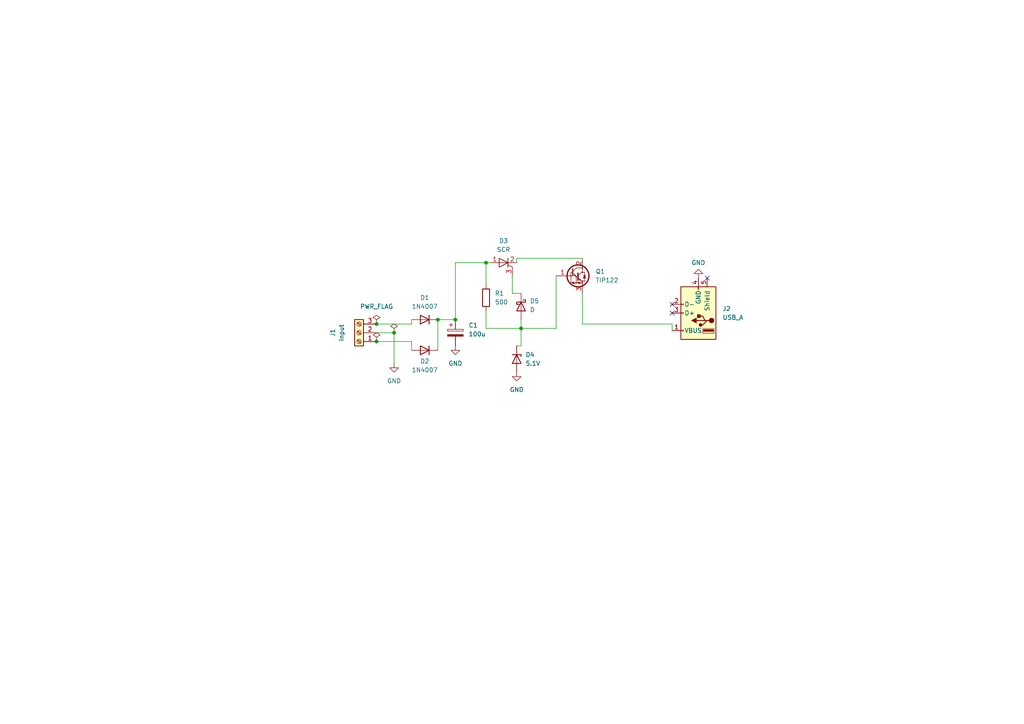
<source format=kicad_sch>
(kicad_sch (version 20230121) (generator eeschema)

  (uuid bc2ba231-2d74-4874-8bbf-d2f1254a2b83)

  (paper "A4")

  (title_block
    (title "Mobile charger circuit")
    (date "2025-07-18")
    (rev "v1")
    (company "Aaditya R")
    (comment 1 "A mobile charging circuit using SCR")
    (comment 2 "Amplified by TIP122")
  )

  (lib_symbols
    (symbol "Connector:Screw_Terminal_01x03" (pin_names (offset 1.016) hide) (in_bom yes) (on_board yes)
      (property "Reference" "J" (at 0 5.08 0)
        (effects (font (size 1.27 1.27)))
      )
      (property "Value" "Screw_Terminal_01x03" (at 0 -5.08 0)
        (effects (font (size 1.27 1.27)))
      )
      (property "Footprint" "" (at 0 0 0)
        (effects (font (size 1.27 1.27)) hide)
      )
      (property "Datasheet" "~" (at 0 0 0)
        (effects (font (size 1.27 1.27)) hide)
      )
      (property "ki_keywords" "screw terminal" (at 0 0 0)
        (effects (font (size 1.27 1.27)) hide)
      )
      (property "ki_description" "Generic screw terminal, single row, 01x03, script generated (kicad-library-utils/schlib/autogen/connector/)" (at 0 0 0)
        (effects (font (size 1.27 1.27)) hide)
      )
      (property "ki_fp_filters" "TerminalBlock*:*" (at 0 0 0)
        (effects (font (size 1.27 1.27)) hide)
      )
      (symbol "Screw_Terminal_01x03_1_1"
        (rectangle (start -1.27 3.81) (end 1.27 -3.81)
          (stroke (width 0.254) (type default))
          (fill (type background))
        )
        (circle (center 0 -2.54) (radius 0.635)
          (stroke (width 0.1524) (type default))
          (fill (type none))
        )
        (polyline
          (pts
            (xy -0.5334 -2.2098)
            (xy 0.3302 -3.048)
          )
          (stroke (width 0.1524) (type default))
          (fill (type none))
        )
        (polyline
          (pts
            (xy -0.5334 0.3302)
            (xy 0.3302 -0.508)
          )
          (stroke (width 0.1524) (type default))
          (fill (type none))
        )
        (polyline
          (pts
            (xy -0.5334 2.8702)
            (xy 0.3302 2.032)
          )
          (stroke (width 0.1524) (type default))
          (fill (type none))
        )
        (polyline
          (pts
            (xy -0.3556 -2.032)
            (xy 0.508 -2.8702)
          )
          (stroke (width 0.1524) (type default))
          (fill (type none))
        )
        (polyline
          (pts
            (xy -0.3556 0.508)
            (xy 0.508 -0.3302)
          )
          (stroke (width 0.1524) (type default))
          (fill (type none))
        )
        (polyline
          (pts
            (xy -0.3556 3.048)
            (xy 0.508 2.2098)
          )
          (stroke (width 0.1524) (type default))
          (fill (type none))
        )
        (circle (center 0 0) (radius 0.635)
          (stroke (width 0.1524) (type default))
          (fill (type none))
        )
        (circle (center 0 2.54) (radius 0.635)
          (stroke (width 0.1524) (type default))
          (fill (type none))
        )
        (pin passive line (at -5.08 2.54 0) (length 3.81)
          (name "Pin_1" (effects (font (size 1.27 1.27))))
          (number "1" (effects (font (size 1.27 1.27))))
        )
        (pin passive line (at -5.08 0 0) (length 3.81)
          (name "Pin_2" (effects (font (size 1.27 1.27))))
          (number "2" (effects (font (size 1.27 1.27))))
        )
        (pin passive line (at -5.08 -2.54 0) (length 3.81)
          (name "Pin_3" (effects (font (size 1.27 1.27))))
          (number "3" (effects (font (size 1.27 1.27))))
        )
      )
    )
    (symbol "Connector:USB_A" (pin_names (offset 1.016)) (in_bom yes) (on_board yes)
      (property "Reference" "J" (at -5.08 11.43 0)
        (effects (font (size 1.27 1.27)) (justify left))
      )
      (property "Value" "USB_A" (at -5.08 8.89 0)
        (effects (font (size 1.27 1.27)) (justify left))
      )
      (property "Footprint" "" (at 3.81 -1.27 0)
        (effects (font (size 1.27 1.27)) hide)
      )
      (property "Datasheet" " ~" (at 3.81 -1.27 0)
        (effects (font (size 1.27 1.27)) hide)
      )
      (property "ki_keywords" "connector USB" (at 0 0 0)
        (effects (font (size 1.27 1.27)) hide)
      )
      (property "ki_description" "USB Type A connector" (at 0 0 0)
        (effects (font (size 1.27 1.27)) hide)
      )
      (property "ki_fp_filters" "USB*" (at 0 0 0)
        (effects (font (size 1.27 1.27)) hide)
      )
      (symbol "USB_A_0_1"
        (rectangle (start -5.08 -7.62) (end 5.08 7.62)
          (stroke (width 0.254) (type default))
          (fill (type background))
        )
        (circle (center -3.81 2.159) (radius 0.635)
          (stroke (width 0.254) (type default))
          (fill (type outline))
        )
        (rectangle (start -1.524 4.826) (end -4.318 5.334)
          (stroke (width 0) (type default))
          (fill (type outline))
        )
        (rectangle (start -1.27 4.572) (end -4.572 5.842)
          (stroke (width 0) (type default))
          (fill (type none))
        )
        (circle (center -0.635 3.429) (radius 0.381)
          (stroke (width 0.254) (type default))
          (fill (type outline))
        )
        (rectangle (start -0.127 -7.62) (end 0.127 -6.858)
          (stroke (width 0) (type default))
          (fill (type none))
        )
        (polyline
          (pts
            (xy -3.175 2.159)
            (xy -2.54 2.159)
            (xy -1.27 3.429)
            (xy -0.635 3.429)
          )
          (stroke (width 0.254) (type default))
          (fill (type none))
        )
        (polyline
          (pts
            (xy -2.54 2.159)
            (xy -1.905 2.159)
            (xy -1.27 0.889)
            (xy 0 0.889)
          )
          (stroke (width 0.254) (type default))
          (fill (type none))
        )
        (polyline
          (pts
            (xy 0.635 2.794)
            (xy 0.635 1.524)
            (xy 1.905 2.159)
            (xy 0.635 2.794)
          )
          (stroke (width 0.254) (type default))
          (fill (type outline))
        )
        (rectangle (start 0.254 1.27) (end -0.508 0.508)
          (stroke (width 0.254) (type default))
          (fill (type outline))
        )
        (rectangle (start 5.08 -2.667) (end 4.318 -2.413)
          (stroke (width 0) (type default))
          (fill (type none))
        )
        (rectangle (start 5.08 -0.127) (end 4.318 0.127)
          (stroke (width 0) (type default))
          (fill (type none))
        )
        (rectangle (start 5.08 4.953) (end 4.318 5.207)
          (stroke (width 0) (type default))
          (fill (type none))
        )
      )
      (symbol "USB_A_1_1"
        (polyline
          (pts
            (xy -1.905 2.159)
            (xy 0.635 2.159)
          )
          (stroke (width 0.254) (type default))
          (fill (type none))
        )
        (pin power_in line (at 7.62 5.08 180) (length 2.54)
          (name "VBUS" (effects (font (size 1.27 1.27))))
          (number "1" (effects (font (size 1.27 1.27))))
        )
        (pin bidirectional line (at 7.62 -2.54 180) (length 2.54)
          (name "D-" (effects (font (size 1.27 1.27))))
          (number "2" (effects (font (size 1.27 1.27))))
        )
        (pin bidirectional line (at 7.62 0 180) (length 2.54)
          (name "D+" (effects (font (size 1.27 1.27))))
          (number "3" (effects (font (size 1.27 1.27))))
        )
        (pin power_in line (at 0 -10.16 90) (length 2.54)
          (name "GND" (effects (font (size 1.27 1.27))))
          (number "4" (effects (font (size 1.27 1.27))))
        )
        (pin passive line (at -2.54 -10.16 90) (length 2.54)
          (name "Shield" (effects (font (size 1.27 1.27))))
          (number "5" (effects (font (size 1.27 1.27))))
        )
      )
    )
    (symbol "Device:C_Polarized" (pin_numbers hide) (pin_names (offset 0.254)) (in_bom yes) (on_board yes)
      (property "Reference" "C" (at 0.635 2.54 0)
        (effects (font (size 1.27 1.27)) (justify left))
      )
      (property "Value" "C_Polarized" (at 0.635 -2.54 0)
        (effects (font (size 1.27 1.27)) (justify left))
      )
      (property "Footprint" "" (at 0.9652 -3.81 0)
        (effects (font (size 1.27 1.27)) hide)
      )
      (property "Datasheet" "~" (at 0 0 0)
        (effects (font (size 1.27 1.27)) hide)
      )
      (property "ki_keywords" "cap capacitor" (at 0 0 0)
        (effects (font (size 1.27 1.27)) hide)
      )
      (property "ki_description" "Polarized capacitor" (at 0 0 0)
        (effects (font (size 1.27 1.27)) hide)
      )
      (property "ki_fp_filters" "CP_*" (at 0 0 0)
        (effects (font (size 1.27 1.27)) hide)
      )
      (symbol "C_Polarized_0_1"
        (rectangle (start -2.286 0.508) (end 2.286 1.016)
          (stroke (width 0) (type default))
          (fill (type none))
        )
        (polyline
          (pts
            (xy -1.778 2.286)
            (xy -0.762 2.286)
          )
          (stroke (width 0) (type default))
          (fill (type none))
        )
        (polyline
          (pts
            (xy -1.27 2.794)
            (xy -1.27 1.778)
          )
          (stroke (width 0) (type default))
          (fill (type none))
        )
        (rectangle (start 2.286 -0.508) (end -2.286 -1.016)
          (stroke (width 0) (type default))
          (fill (type outline))
        )
      )
      (symbol "C_Polarized_1_1"
        (pin passive line (at 0 3.81 270) (length 2.794)
          (name "~" (effects (font (size 1.27 1.27))))
          (number "1" (effects (font (size 1.27 1.27))))
        )
        (pin passive line (at 0 -3.81 90) (length 2.794)
          (name "~" (effects (font (size 1.27 1.27))))
          (number "2" (effects (font (size 1.27 1.27))))
        )
      )
    )
    (symbol "Device:D_Schottky" (pin_numbers hide) (pin_names (offset 1.016) hide) (in_bom yes) (on_board yes)
      (property "Reference" "D" (at 0 2.54 0)
        (effects (font (size 1.27 1.27)))
      )
      (property "Value" "D_Schottky" (at 0 -2.54 0)
        (effects (font (size 1.27 1.27)))
      )
      (property "Footprint" "" (at 0 0 0)
        (effects (font (size 1.27 1.27)) hide)
      )
      (property "Datasheet" "~" (at 0 0 0)
        (effects (font (size 1.27 1.27)) hide)
      )
      (property "ki_keywords" "diode Schottky" (at 0 0 0)
        (effects (font (size 1.27 1.27)) hide)
      )
      (property "ki_description" "Schottky diode" (at 0 0 0)
        (effects (font (size 1.27 1.27)) hide)
      )
      (property "ki_fp_filters" "TO-???* *_Diode_* *SingleDiode* D_*" (at 0 0 0)
        (effects (font (size 1.27 1.27)) hide)
      )
      (symbol "D_Schottky_0_1"
        (polyline
          (pts
            (xy 1.27 0)
            (xy -1.27 0)
          )
          (stroke (width 0) (type default))
          (fill (type none))
        )
        (polyline
          (pts
            (xy 1.27 1.27)
            (xy 1.27 -1.27)
            (xy -1.27 0)
            (xy 1.27 1.27)
          )
          (stroke (width 0.254) (type default))
          (fill (type none))
        )
        (polyline
          (pts
            (xy -1.905 0.635)
            (xy -1.905 1.27)
            (xy -1.27 1.27)
            (xy -1.27 -1.27)
            (xy -0.635 -1.27)
            (xy -0.635 -0.635)
          )
          (stroke (width 0.254) (type default))
          (fill (type none))
        )
      )
      (symbol "D_Schottky_1_1"
        (pin passive line (at -3.81 0 0) (length 2.54)
          (name "K" (effects (font (size 1.27 1.27))))
          (number "1" (effects (font (size 1.27 1.27))))
        )
        (pin passive line (at 3.81 0 180) (length 2.54)
          (name "A" (effects (font (size 1.27 1.27))))
          (number "2" (effects (font (size 1.27 1.27))))
        )
      )
    )
    (symbol "Device:D_Zener" (pin_numbers hide) (pin_names (offset 1.016) hide) (in_bom yes) (on_board yes)
      (property "Reference" "D" (at 0 2.54 0)
        (effects (font (size 1.27 1.27)))
      )
      (property "Value" "D_Zener" (at 0 -2.54 0)
        (effects (font (size 1.27 1.27)))
      )
      (property "Footprint" "" (at 0 0 0)
        (effects (font (size 1.27 1.27)) hide)
      )
      (property "Datasheet" "~" (at 0 0 0)
        (effects (font (size 1.27 1.27)) hide)
      )
      (property "ki_keywords" "diode" (at 0 0 0)
        (effects (font (size 1.27 1.27)) hide)
      )
      (property "ki_description" "Zener diode" (at 0 0 0)
        (effects (font (size 1.27 1.27)) hide)
      )
      (property "ki_fp_filters" "TO-???* *_Diode_* *SingleDiode* D_*" (at 0 0 0)
        (effects (font (size 1.27 1.27)) hide)
      )
      (symbol "D_Zener_0_1"
        (polyline
          (pts
            (xy 1.27 0)
            (xy -1.27 0)
          )
          (stroke (width 0) (type default))
          (fill (type none))
        )
        (polyline
          (pts
            (xy -1.27 -1.27)
            (xy -1.27 1.27)
            (xy -0.762 1.27)
          )
          (stroke (width 0.254) (type default))
          (fill (type none))
        )
        (polyline
          (pts
            (xy 1.27 -1.27)
            (xy 1.27 1.27)
            (xy -1.27 0)
            (xy 1.27 -1.27)
          )
          (stroke (width 0.254) (type default))
          (fill (type none))
        )
      )
      (symbol "D_Zener_1_1"
        (pin passive line (at -3.81 0 0) (length 2.54)
          (name "K" (effects (font (size 1.27 1.27))))
          (number "1" (effects (font (size 1.27 1.27))))
        )
        (pin passive line (at 3.81 0 180) (length 2.54)
          (name "A" (effects (font (size 1.27 1.27))))
          (number "2" (effects (font (size 1.27 1.27))))
        )
      )
    )
    (symbol "Device:Q_SCR_AKG" (pin_names (offset 0) hide) (in_bom yes) (on_board yes)
      (property "Reference" "D" (at 1.905 0.635 0)
        (effects (font (size 1.27 1.27)) (justify left))
      )
      (property "Value" "Q_SCR_AKG" (at 1.905 -1.27 0)
        (effects (font (size 1.27 1.27)) (justify left))
      )
      (property "Footprint" "" (at 0 0 90)
        (effects (font (size 1.27 1.27)) hide)
      )
      (property "Datasheet" "~" (at 0 0 90)
        (effects (font (size 1.27 1.27)) hide)
      )
      (property "ki_keywords" "SCR thyristor" (at 0 0 0)
        (effects (font (size 1.27 1.27)) hide)
      )
      (property "ki_description" "Silicon controlled rectifier, anode/cathode/gate" (at 0 0 0)
        (effects (font (size 1.27 1.27)) hide)
      )
      (symbol "Q_SCR_AKG_0_1"
        (polyline
          (pts
            (xy -1.27 -2.54)
            (xy -0.635 -1.27)
          )
          (stroke (width 0) (type default))
          (fill (type none))
        )
        (polyline
          (pts
            (xy -1.27 -1.27)
            (xy 1.27 -1.27)
          )
          (stroke (width 0.2032) (type default))
          (fill (type none))
        )
        (polyline
          (pts
            (xy 0 -2.54)
            (xy 0 2.54)
          )
          (stroke (width 0) (type default))
          (fill (type none))
        )
        (polyline
          (pts
            (xy -1.27 1.27)
            (xy 1.27 1.27)
            (xy 0 -1.27)
            (xy -1.27 1.27)
          )
          (stroke (width 0.2032) (type default))
          (fill (type none))
        )
      )
      (symbol "Q_SCR_AKG_1_1"
        (pin passive line (at 0 3.81 270) (length 2.54)
          (name "A" (effects (font (size 1.27 1.27))))
          (number "1" (effects (font (size 1.27 1.27))))
        )
        (pin passive line (at 0 -3.81 90) (length 2.54)
          (name "K" (effects (font (size 1.27 1.27))))
          (number "2" (effects (font (size 1.27 1.27))))
        )
        (pin input line (at -3.81 -2.54 0) (length 2.54)
          (name "G" (effects (font (size 1.27 1.27))))
          (number "3" (effects (font (size 1.27 1.27))))
        )
      )
    )
    (symbol "Device:R" (pin_numbers hide) (pin_names (offset 0)) (in_bom yes) (on_board yes)
      (property "Reference" "R" (at 2.032 0 90)
        (effects (font (size 1.27 1.27)))
      )
      (property "Value" "R" (at 0 0 90)
        (effects (font (size 1.27 1.27)))
      )
      (property "Footprint" "" (at -1.778 0 90)
        (effects (font (size 1.27 1.27)) hide)
      )
      (property "Datasheet" "~" (at 0 0 0)
        (effects (font (size 1.27 1.27)) hide)
      )
      (property "ki_keywords" "R res resistor" (at 0 0 0)
        (effects (font (size 1.27 1.27)) hide)
      )
      (property "ki_description" "Resistor" (at 0 0 0)
        (effects (font (size 1.27 1.27)) hide)
      )
      (property "ki_fp_filters" "R_*" (at 0 0 0)
        (effects (font (size 1.27 1.27)) hide)
      )
      (symbol "R_0_1"
        (rectangle (start -1.016 -2.54) (end 1.016 2.54)
          (stroke (width 0.254) (type default))
          (fill (type none))
        )
      )
      (symbol "R_1_1"
        (pin passive line (at 0 3.81 270) (length 1.27)
          (name "~" (effects (font (size 1.27 1.27))))
          (number "1" (effects (font (size 1.27 1.27))))
        )
        (pin passive line (at 0 -3.81 90) (length 1.27)
          (name "~" (effects (font (size 1.27 1.27))))
          (number "2" (effects (font (size 1.27 1.27))))
        )
      )
    )
    (symbol "Diode:1N4007" (pin_numbers hide) (pin_names hide) (in_bom yes) (on_board yes)
      (property "Reference" "D" (at 0 2.54 0)
        (effects (font (size 1.27 1.27)))
      )
      (property "Value" "1N4007" (at 0 -2.54 0)
        (effects (font (size 1.27 1.27)))
      )
      (property "Footprint" "Diode_THT:D_DO-41_SOD81_P10.16mm_Horizontal" (at 0 -4.445 0)
        (effects (font (size 1.27 1.27)) hide)
      )
      (property "Datasheet" "http://www.vishay.com/docs/88503/1n4001.pdf" (at 0 0 0)
        (effects (font (size 1.27 1.27)) hide)
      )
      (property "Sim.Device" "D" (at 0 0 0)
        (effects (font (size 1.27 1.27)) hide)
      )
      (property "Sim.Pins" "1=K 2=A" (at 0 0 0)
        (effects (font (size 1.27 1.27)) hide)
      )
      (property "ki_keywords" "diode" (at 0 0 0)
        (effects (font (size 1.27 1.27)) hide)
      )
      (property "ki_description" "1000V 1A General Purpose Rectifier Diode, DO-41" (at 0 0 0)
        (effects (font (size 1.27 1.27)) hide)
      )
      (property "ki_fp_filters" "D*DO?41*" (at 0 0 0)
        (effects (font (size 1.27 1.27)) hide)
      )
      (symbol "1N4007_0_1"
        (polyline
          (pts
            (xy -1.27 1.27)
            (xy -1.27 -1.27)
          )
          (stroke (width 0.254) (type default))
          (fill (type none))
        )
        (polyline
          (pts
            (xy 1.27 0)
            (xy -1.27 0)
          )
          (stroke (width 0) (type default))
          (fill (type none))
        )
        (polyline
          (pts
            (xy 1.27 1.27)
            (xy 1.27 -1.27)
            (xy -1.27 0)
            (xy 1.27 1.27)
          )
          (stroke (width 0.254) (type default))
          (fill (type none))
        )
      )
      (symbol "1N4007_1_1"
        (pin passive line (at -3.81 0 0) (length 2.54)
          (name "K" (effects (font (size 1.27 1.27))))
          (number "1" (effects (font (size 1.27 1.27))))
        )
        (pin passive line (at 3.81 0 180) (length 2.54)
          (name "A" (effects (font (size 1.27 1.27))))
          (number "2" (effects (font (size 1.27 1.27))))
        )
      )
    )
    (symbol "Transistor_BJT:TIP122" (pin_names (offset 0) hide) (in_bom yes) (on_board yes)
      (property "Reference" "Q" (at 5.08 1.905 0)
        (effects (font (size 1.27 1.27)) (justify left))
      )
      (property "Value" "TIP122" (at 5.08 0 0)
        (effects (font (size 1.27 1.27)) (justify left))
      )
      (property "Footprint" "Package_TO_SOT_THT:TO-220-3_Vertical" (at 5.08 -1.905 0)
        (effects (font (size 1.27 1.27) italic) (justify left) hide)
      )
      (property "Datasheet" "https://www.onsemi.com/pub/Collateral/TIP120-D.PDF" (at 0 0 0)
        (effects (font (size 1.27 1.27)) (justify left) hide)
      )
      (property "ki_keywords" "Darlington Power NPN Transistor" (at 0 0 0)
        (effects (font (size 1.27 1.27)) hide)
      )
      (property "ki_description" "5A Ic, 100V Vce, Silicon Darlington Power NPN Transistor, TO-220" (at 0 0 0)
        (effects (font (size 1.27 1.27)) hide)
      )
      (property "ki_fp_filters" "TO?220*" (at 0 0 0)
        (effects (font (size 1.27 1.27)) hide)
      )
      (symbol "TIP122_0_1"
        (circle (center -0.762 0) (radius 0.127)
          (stroke (width 0) (type default))
          (fill (type none))
        )
        (polyline
          (pts
            (xy -1.27 0)
            (xy -0.889 0)
          )
          (stroke (width 0) (type default))
          (fill (type none))
        )
        (polyline
          (pts
            (xy 2.54 -2.032)
            (xy 2.54 -2.54)
          )
          (stroke (width 0) (type default))
          (fill (type none))
        )
        (polyline
          (pts
            (xy 2.54 -1.524)
            (xy 3.175 -1.524)
          )
          (stroke (width 0) (type default))
          (fill (type none))
        )
        (polyline
          (pts
            (xy 2.794 0.127)
            (xy 3.556 0.127)
          )
          (stroke (width 0) (type default))
          (fill (type none))
        )
        (polyline
          (pts
            (xy 3.175 -0.635)
            (xy 3.175 -1.524)
          )
          (stroke (width 0) (type default))
          (fill (type none))
        )
        (polyline
          (pts
            (xy 3.175 1.016)
            (xy 2.54 1.016)
          )
          (stroke (width 0) (type default))
          (fill (type none))
        )
        (polyline
          (pts
            (xy 3.175 1.016)
            (xy 3.175 0.127)
          )
          (stroke (width 0) (type default))
          (fill (type none))
        )
        (polyline
          (pts
            (xy -0.254 0.762)
            (xy 0.762 -0.254)
            (xy 1.27 -0.254)
          )
          (stroke (width 0) (type default))
          (fill (type none))
        )
        (polyline
          (pts
            (xy -0.254 1.016)
            (xy -0.762 1.016)
            (xy -0.762 -2.032)
          )
          (stroke (width 0) (type default))
          (fill (type none))
        )
        (polyline
          (pts
            (xy -0.254 1.27)
            (xy 0.762 2.286)
            (xy 2.54 2.286)
          )
          (stroke (width 0) (type default))
          (fill (type none))
        )
        (polyline
          (pts
            (xy -0.254 2.032)
            (xy -0.254 0)
            (xy -0.254 0)
          )
          (stroke (width 0.3048) (type default))
          (fill (type none))
        )
        (polyline
          (pts
            (xy 1.27 0.762)
            (xy 1.27 -1.27)
            (xy 1.27 -1.27)
          )
          (stroke (width 0.381) (type default))
          (fill (type none))
        )
        (polyline
          (pts
            (xy 0.635 -0.127)
            (xy 0.381 0.381)
            (xy 0.127 0.127)
            (xy 0.635 -0.127)
          )
          (stroke (width 0) (type default))
          (fill (type none))
        )
        (polyline
          (pts
            (xy 1.27 -0.508)
            (xy 2.286 -1.524)
            (xy 2.54 -1.524)
            (xy 2.54 -2.032)
          )
          (stroke (width 0) (type default))
          (fill (type none))
        )
        (polyline
          (pts
            (xy 1.27 0)
            (xy 2.286 1.016)
            (xy 2.54 1.016)
            (xy 2.54 2.286)
          )
          (stroke (width 0) (type default))
          (fill (type none))
        )
        (polyline
          (pts
            (xy 2.159 -1.397)
            (xy 1.905 -0.889)
            (xy 1.651 -1.143)
            (xy 2.159 -1.397)
          )
          (stroke (width 0) (type default))
          (fill (type none))
        )
        (polyline
          (pts
            (xy 3.175 0.127)
            (xy 2.794 -0.635)
            (xy 3.556 -0.635)
            (xy 3.175 0.127)
          )
          (stroke (width 0) (type default))
          (fill (type outline))
        )
        (polyline
          (pts
            (xy 0.762 -2.032)
            (xy 0.381 -2.032)
            (xy 0.254 -2.286)
            (xy 0.127 -1.778)
            (xy 0 -2.286)
            (xy -0.127 -1.778)
            (xy -0.254 -2.286)
            (xy -0.381 -1.778)
            (xy -0.508 -2.032)
            (xy -0.762 -2.032)
          )
          (stroke (width 0) (type default))
          (fill (type none))
        )
        (polyline
          (pts
            (xy 0.762 -0.254)
            (xy 0.762 -2.032)
            (xy 1.143 -2.032)
            (xy 1.27 -1.778)
            (xy 1.397 -2.286)
            (xy 1.524 -1.778)
            (xy 1.651 -2.286)
            (xy 1.778 -1.778)
            (xy 1.905 -2.286)
            (xy 2.032 -2.032)
            (xy 2.54 -2.032)
          )
          (stroke (width 0) (type default))
          (fill (type none))
        )
        (circle (center 0.762 -2.032) (radius 0.127)
          (stroke (width 0) (type default))
          (fill (type none))
        )
        (circle (center 0.762 -0.254) (radius 0.127)
          (stroke (width 0) (type default))
          (fill (type none))
        )
        (circle (center 1.27 0) (radius 3.175)
          (stroke (width 0.3556) (type default))
          (fill (type none))
        )
        (circle (center 2.54 -2.032) (radius 0.127)
          (stroke (width 0) (type default))
          (fill (type none))
        )
        (circle (center 2.54 -1.524) (radius 0.127)
          (stroke (width 0) (type default))
          (fill (type none))
        )
        (circle (center 2.54 1.016) (radius 0.127)
          (stroke (width 0) (type default))
          (fill (type none))
        )
        (circle (center 2.54 2.286) (radius 0.127)
          (stroke (width 0) (type default))
          (fill (type none))
        )
      )
      (symbol "TIP122_1_1"
        (pin input line (at -5.08 0 0) (length 3.81)
          (name "B" (effects (font (size 1.27 1.27))))
          (number "1" (effects (font (size 1.27 1.27))))
        )
        (pin passive line (at 2.54 5.08 270) (length 2.667)
          (name "C" (effects (font (size 1.27 1.27))))
          (number "2" (effects (font (size 1.27 1.27))))
        )
        (pin passive line (at 2.54 -5.08 90) (length 2.54)
          (name "E" (effects (font (size 1.27 1.27))))
          (number "3" (effects (font (size 1.27 1.27))))
        )
      )
    )
    (symbol "power:GND" (power) (pin_names (offset 0)) (in_bom yes) (on_board yes)
      (property "Reference" "#PWR" (at 0 -6.35 0)
        (effects (font (size 1.27 1.27)) hide)
      )
      (property "Value" "GND" (at 0 -3.81 0)
        (effects (font (size 1.27 1.27)))
      )
      (property "Footprint" "" (at 0 0 0)
        (effects (font (size 1.27 1.27)) hide)
      )
      (property "Datasheet" "" (at 0 0 0)
        (effects (font (size 1.27 1.27)) hide)
      )
      (property "ki_keywords" "global power" (at 0 0 0)
        (effects (font (size 1.27 1.27)) hide)
      )
      (property "ki_description" "Power symbol creates a global label with name \"GND\" , ground" (at 0 0 0)
        (effects (font (size 1.27 1.27)) hide)
      )
      (symbol "GND_0_1"
        (polyline
          (pts
            (xy 0 0)
            (xy 0 -1.27)
            (xy 1.27 -1.27)
            (xy 0 -2.54)
            (xy -1.27 -1.27)
            (xy 0 -1.27)
          )
          (stroke (width 0) (type default))
          (fill (type none))
        )
      )
      (symbol "GND_1_1"
        (pin power_in line (at 0 0 270) (length 0) hide
          (name "GND" (effects (font (size 1.27 1.27))))
          (number "1" (effects (font (size 1.27 1.27))))
        )
      )
    )
    (symbol "power:PWR_FLAG" (power) (pin_numbers hide) (pin_names (offset 0) hide) (in_bom yes) (on_board yes)
      (property "Reference" "#FLG" (at 0 1.905 0)
        (effects (font (size 1.27 1.27)) hide)
      )
      (property "Value" "PWR_FLAG" (at 0 3.81 0)
        (effects (font (size 1.27 1.27)))
      )
      (property "Footprint" "" (at 0 0 0)
        (effects (font (size 1.27 1.27)) hide)
      )
      (property "Datasheet" "~" (at 0 0 0)
        (effects (font (size 1.27 1.27)) hide)
      )
      (property "ki_keywords" "flag power" (at 0 0 0)
        (effects (font (size 1.27 1.27)) hide)
      )
      (property "ki_description" "Special symbol for telling ERC where power comes from" (at 0 0 0)
        (effects (font (size 1.27 1.27)) hide)
      )
      (symbol "PWR_FLAG_0_0"
        (pin power_out line (at 0 0 90) (length 0)
          (name "pwr" (effects (font (size 1.27 1.27))))
          (number "1" (effects (font (size 1.27 1.27))))
        )
      )
      (symbol "PWR_FLAG_0_1"
        (polyline
          (pts
            (xy 0 0)
            (xy 0 1.27)
            (xy -1.016 1.905)
            (xy 0 2.54)
            (xy 1.016 1.905)
            (xy 0 1.27)
          )
          (stroke (width 0) (type default))
          (fill (type none))
        )
      )
    )
  )

  (junction (at 140.97 76.2) (diameter 0) (color 0 0 0 0)
    (uuid 0f6ec58a-63dc-477c-be63-8c147ffff7d9)
  )
  (junction (at 132.08 92.71) (diameter 0) (color 0 0 0 0)
    (uuid 57fa0803-f170-4875-8ab8-da5aac618d7b)
  )
  (junction (at 114.3 96.52) (diameter 0) (color 0 0 0 0)
    (uuid 5c72020b-b884-41d6-89e1-e068034545e6)
  )
  (junction (at 109.22 99.06) (diameter 0) (color 0 0 0 0)
    (uuid 8b220de2-029c-48c3-86e3-908ec0cf7582)
  )
  (junction (at 127 92.71) (diameter 0) (color 0 0 0 0)
    (uuid 9d11eb54-f93c-4fc4-bd70-41d177045450)
  )
  (junction (at 151.13 95.25) (diameter 0) (color 0 0 0 0)
    (uuid e7880954-443c-4d9f-8485-b9d754960bb9)
  )
  (junction (at 109.22 93.98) (diameter 0) (color 0 0 0 0)
    (uuid f094935a-4a6a-4ea2-8529-625cd9f363d7)
  )

  (no_connect (at 194.945 88.265) (uuid 670f80e0-f24a-4c3a-aa9a-02283e5ca4af))
  (no_connect (at 194.945 90.805) (uuid 7637077b-2e78-4f00-a3f5-71b0752d3394))
  (no_connect (at 205.105 80.645) (uuid db27fff3-27f6-403c-8b49-d0588e92275e))

  (wire (pts (xy 148.59 85.09) (xy 151.13 85.09))
    (stroke (width 0) (type default))
    (uuid 089eb3c0-1b8b-4fd7-8b76-35a48fb09043)
  )
  (wire (pts (xy 149.86 76.2) (xy 149.86 74.93))
    (stroke (width 0) (type default))
    (uuid 18ad586e-ca94-4af3-8b7d-dbe2e3e02b19)
  )
  (wire (pts (xy 168.91 93.98) (xy 194.945 93.98))
    (stroke (width 0) (type default))
    (uuid 1fce27b3-e34f-4de3-9f54-a93d52551b1d)
  )
  (wire (pts (xy 168.91 85.09) (xy 168.91 93.98))
    (stroke (width 0) (type default))
    (uuid 28bcbe78-44a9-4233-ac0a-f362207526f2)
  )
  (wire (pts (xy 149.86 74.93) (xy 168.91 74.93))
    (stroke (width 0) (type default))
    (uuid 292ea16b-51a4-4f30-b6fb-51ba702099f7)
  )
  (wire (pts (xy 132.08 76.2) (xy 140.97 76.2))
    (stroke (width 0) (type default))
    (uuid 307364eb-518c-47c9-8e2b-99db500c6fb9)
  )
  (wire (pts (xy 140.97 95.25) (xy 151.13 95.25))
    (stroke (width 0) (type default))
    (uuid 39f092a6-dbc9-4f3f-9e30-8285ed544a78)
  )
  (wire (pts (xy 114.3 96.52) (xy 114.3 105.41))
    (stroke (width 0) (type default))
    (uuid 3c2c2bc7-3467-4273-9255-a6224003be32)
  )
  (wire (pts (xy 132.08 92.71) (xy 132.08 76.2))
    (stroke (width 0) (type default))
    (uuid 3c95b5bf-24d0-42e0-a018-3e957f777ab3)
  )
  (wire (pts (xy 109.22 93.98) (xy 119.38 93.98))
    (stroke (width 0) (type default))
    (uuid 43838ae5-1d67-4f26-91d7-0c86a02adf31)
  )
  (wire (pts (xy 119.38 99.06) (xy 119.38 101.6))
    (stroke (width 0) (type default))
    (uuid 50b3c44e-6485-406c-9b20-4f0ef10684a8)
  )
  (wire (pts (xy 161.29 95.25) (xy 161.29 80.01))
    (stroke (width 0) (type default))
    (uuid 510c2e62-ff7e-4f1f-98dc-74cf4e9ff0c2)
  )
  (wire (pts (xy 194.945 93.98) (xy 194.945 95.885))
    (stroke (width 0) (type default))
    (uuid 56ab90c7-0fbf-4106-b4db-348ea1de05a3)
  )
  (wire (pts (xy 151.13 95.25) (xy 151.13 100.33))
    (stroke (width 0) (type default))
    (uuid 5eaea2b8-33a9-446a-acdf-ada0e9ef6550)
  )
  (wire (pts (xy 119.38 93.98) (xy 119.38 92.71))
    (stroke (width 0) (type default))
    (uuid 80264f7b-031a-42de-b9d1-e35692f22108)
  )
  (wire (pts (xy 109.22 99.06) (xy 119.38 99.06))
    (stroke (width 0) (type default))
    (uuid 98c7add6-e157-4b5f-816f-80a10e2352d4)
  )
  (wire (pts (xy 149.86 100.33) (xy 151.13 100.33))
    (stroke (width 0) (type default))
    (uuid 98cec739-1c7f-4986-b8ab-676369125d78)
  )
  (wire (pts (xy 127 92.71) (xy 127 101.6))
    (stroke (width 0) (type default))
    (uuid 9aaf69c5-e7be-4897-89e1-4d46b65064dd)
  )
  (wire (pts (xy 140.97 76.2) (xy 140.97 82.55))
    (stroke (width 0) (type default))
    (uuid b7a0b0ba-08d6-471f-8b28-58563f28858f)
  )
  (wire (pts (xy 151.13 92.71) (xy 151.13 95.25))
    (stroke (width 0) (type default))
    (uuid c112e535-538d-41f2-ac90-38707c9a70c3)
  )
  (wire (pts (xy 151.13 95.25) (xy 161.29 95.25))
    (stroke (width 0) (type default))
    (uuid cedd4885-08c8-4b5d-ae6a-0c5b77a6a721)
  )
  (wire (pts (xy 109.22 96.52) (xy 114.3 96.52))
    (stroke (width 0) (type default))
    (uuid d44a8338-c371-415c-ae21-702e4b4940c5)
  )
  (wire (pts (xy 140.97 76.2) (xy 142.24 76.2))
    (stroke (width 0) (type default))
    (uuid d69f43a6-7aea-43af-85e0-07059f9b8df0)
  )
  (wire (pts (xy 140.97 90.17) (xy 140.97 95.25))
    (stroke (width 0) (type default))
    (uuid e06ecf95-270a-46ce-8ae8-7df4813f6c4f)
  )
  (wire (pts (xy 148.59 80.01) (xy 148.59 85.09))
    (stroke (width 0) (type default))
    (uuid e1808458-6dfc-4fa3-9cfa-b31f3b520de0)
  )
  (wire (pts (xy 127 92.71) (xy 132.08 92.71))
    (stroke (width 0) (type default))
    (uuid fe40ad30-b651-495c-ad4b-0c7f628a90e7)
  )

  (symbol (lib_id "power:PWR_FLAG") (at 109.22 99.06 0) (unit 1)
    (in_bom yes) (on_board yes) (dnp no)
    (uuid 0209330e-6e47-4a37-8d8a-89b9f0e900d4)
    (property "Reference" "#FLG02" (at 109.22 97.155 0)
      (effects (font (size 1.27 1.27)) hide)
    )
    (property "Value" "PWR_FLAG" (at 109.22 101.6 0)
      (effects (font (size 1.27 1.27)) hide)
    )
    (property "Footprint" "" (at 109.22 99.06 0)
      (effects (font (size 1.27 1.27)) hide)
    )
    (property "Datasheet" "~" (at 109.22 99.06 0)
      (effects (font (size 1.27 1.27)) hide)
    )
    (pin "1" (uuid 45019ee5-b461-43bc-9cc1-f9d512644d43))
    (instances
      (project "pbc design"
        (path "/bc2ba231-2d74-4874-8bbf-d2f1254a2b83"
          (reference "#FLG02") (unit 1)
        )
      )
    )
  )

  (symbol (lib_id "Diode:1N4007") (at 123.19 92.71 180) (unit 1)
    (in_bom yes) (on_board yes) (dnp no) (fields_autoplaced)
    (uuid 03762f62-d316-45f9-a818-12883927335c)
    (property "Reference" "D1" (at 123.19 86.36 0)
      (effects (font (size 1.27 1.27)))
    )
    (property "Value" "1N4007" (at 123.19 88.9 0)
      (effects (font (size 1.27 1.27)))
    )
    (property "Footprint" "Diode_THT:D_DO-41_SOD81_P10.16mm_Horizontal" (at 123.19 88.265 0)
      (effects (font (size 1.27 1.27)) hide)
    )
    (property "Datasheet" "http://www.vishay.com/docs/88503/1n4001.pdf" (at 123.19 92.71 0)
      (effects (font (size 1.27 1.27)) hide)
    )
    (property "Sim.Device" "D" (at 123.19 92.71 0)
      (effects (font (size 1.27 1.27)) hide)
    )
    (property "Sim.Pins" "1=K 2=A" (at 123.19 92.71 0)
      (effects (font (size 1.27 1.27)) hide)
    )
    (pin "2" (uuid 051ec31a-f699-443a-819f-af6b6524c3e1))
    (pin "1" (uuid 15e3f6f4-ec68-46dd-8e4b-09f8f6e42b52))
    (instances
      (project "pbc design"
        (path "/bc2ba231-2d74-4874-8bbf-d2f1254a2b83"
          (reference "D1") (unit 1)
        )
      )
    )
  )

  (symbol (lib_id "power:GND") (at 202.565 80.645 180) (unit 1)
    (in_bom yes) (on_board yes) (dnp no) (fields_autoplaced)
    (uuid 0675fce2-9240-41ab-8105-4ded36b0dfa6)
    (property "Reference" "#PWR04" (at 202.565 74.295 0)
      (effects (font (size 1.27 1.27)) hide)
    )
    (property "Value" "GND" (at 202.565 76.2 0)
      (effects (font (size 1.27 1.27)))
    )
    (property "Footprint" "" (at 202.565 80.645 0)
      (effects (font (size 1.27 1.27)) hide)
    )
    (property "Datasheet" "" (at 202.565 80.645 0)
      (effects (font (size 1.27 1.27)) hide)
    )
    (pin "1" (uuid 07744dbe-2ee5-496c-a7e1-a088f08092c0))
    (instances
      (project "pbc design"
        (path "/bc2ba231-2d74-4874-8bbf-d2f1254a2b83"
          (reference "#PWR04") (unit 1)
        )
      )
    )
  )

  (symbol (lib_id "power:GND") (at 149.86 107.95 0) (unit 1)
    (in_bom yes) (on_board yes) (dnp no) (fields_autoplaced)
    (uuid 1b8b349d-ed62-46d2-851e-b619360fcbcf)
    (property "Reference" "#PWR03" (at 149.86 114.3 0)
      (effects (font (size 1.27 1.27)) hide)
    )
    (property "Value" "GND" (at 149.86 113.03 0)
      (effects (font (size 1.27 1.27)))
    )
    (property "Footprint" "" (at 149.86 107.95 0)
      (effects (font (size 1.27 1.27)) hide)
    )
    (property "Datasheet" "" (at 149.86 107.95 0)
      (effects (font (size 1.27 1.27)) hide)
    )
    (pin "1" (uuid 124f3ae5-a0ae-4f25-b1af-dda02792745f))
    (instances
      (project "pbc design"
        (path "/bc2ba231-2d74-4874-8bbf-d2f1254a2b83"
          (reference "#PWR03") (unit 1)
        )
      )
    )
  )

  (symbol (lib_id "power:GND") (at 114.3 105.41 0) (unit 1)
    (in_bom yes) (on_board yes) (dnp no) (fields_autoplaced)
    (uuid 2175655a-6d9b-459d-a6c8-ad56913d483e)
    (property "Reference" "#PWR01" (at 114.3 111.76 0)
      (effects (font (size 1.27 1.27)) hide)
    )
    (property "Value" "GND" (at 114.3 110.49 0)
      (effects (font (size 1.27 1.27)))
    )
    (property "Footprint" "" (at 114.3 105.41 0)
      (effects (font (size 1.27 1.27)) hide)
    )
    (property "Datasheet" "" (at 114.3 105.41 0)
      (effects (font (size 1.27 1.27)) hide)
    )
    (pin "1" (uuid 0e139174-164a-45b1-92a8-eb7618230ec8))
    (instances
      (project "pbc design"
        (path "/bc2ba231-2d74-4874-8bbf-d2f1254a2b83"
          (reference "#PWR01") (unit 1)
        )
      )
    )
  )

  (symbol (lib_id "Device:R") (at 140.97 86.36 0) (unit 1)
    (in_bom yes) (on_board yes) (dnp no)
    (uuid 23a84686-5584-49c2-8099-7044026acb5a)
    (property "Reference" "R1" (at 143.51 85.09 0)
      (effects (font (size 1.27 1.27)) (justify left))
    )
    (property "Value" "500" (at 143.51 87.63 0)
      (effects (font (size 1.27 1.27)) (justify left))
    )
    (property "Footprint" "Resistor_THT:R_Axial_DIN0207_L6.3mm_D2.5mm_P7.62mm_Horizontal" (at 139.192 86.36 90)
      (effects (font (size 1.27 1.27)) hide)
    )
    (property "Datasheet" "~" (at 140.97 86.36 0)
      (effects (font (size 1.27 1.27)) hide)
    )
    (pin "2" (uuid 780fada2-6d35-435f-ba49-e41318f0c18e))
    (pin "1" (uuid 29114155-8920-4566-9250-31cdecc0a6a5))
    (instances
      (project "pbc design"
        (path "/bc2ba231-2d74-4874-8bbf-d2f1254a2b83"
          (reference "R1") (unit 1)
        )
      )
    )
  )

  (symbol (lib_id "Device:D_Schottky") (at 151.13 88.9 270) (unit 1)
    (in_bom yes) (on_board yes) (dnp no)
    (uuid 28bedb12-503a-438e-b36c-7e22431da131)
    (property "Reference" "D5" (at 153.67 87.3125 90)
      (effects (font (size 1.27 1.27)) (justify left))
    )
    (property "Value" "D" (at 153.67 89.8525 90)
      (effects (font (size 1.27 1.27)) (justify left))
    )
    (property "Footprint" "Diode_THT:D_DO-41_SOD81_P10.16mm_Horizontal" (at 151.13 88.9 0)
      (effects (font (size 1.27 1.27)) hide)
    )
    (property "Datasheet" "~" (at 151.13 88.9 0)
      (effects (font (size 1.27 1.27)) hide)
    )
    (pin "1" (uuid e59f32e5-c8a0-48e5-8c2c-a94bde490c71))
    (pin "2" (uuid 84684e69-9f13-4d4e-bef3-1ee10b059b2f))
    (instances
      (project "pbc design"
        (path "/bc2ba231-2d74-4874-8bbf-d2f1254a2b83"
          (reference "D5") (unit 1)
        )
      )
    )
  )

  (symbol (lib_id "power:PWR_FLAG") (at 109.22 93.98 0) (unit 1)
    (in_bom yes) (on_board yes) (dnp no) (fields_autoplaced)
    (uuid 33a2d272-49fc-41a2-a8de-3f19fa30e1a9)
    (property "Reference" "#FLG01" (at 109.22 92.075 0)
      (effects (font (size 1.27 1.27)) hide)
    )
    (property "Value" "PWR_FLAG" (at 109.22 88.9 0)
      (effects (font (size 1.27 1.27)))
    )
    (property "Footprint" "" (at 109.22 93.98 0)
      (effects (font (size 1.27 1.27)) hide)
    )
    (property "Datasheet" "~" (at 109.22 93.98 0)
      (effects (font (size 1.27 1.27)) hide)
    )
    (pin "1" (uuid 91af498b-0179-4528-bb4d-1f57677e2460))
    (instances
      (project "pbc design"
        (path "/bc2ba231-2d74-4874-8bbf-d2f1254a2b83"
          (reference "#FLG01") (unit 1)
        )
      )
    )
  )

  (symbol (lib_id "Device:C_Polarized") (at 132.08 96.52 0) (unit 1)
    (in_bom yes) (on_board yes) (dnp no)
    (uuid 382ec7fd-6ef7-4273-9d83-5014015cce6f)
    (property "Reference" "C1" (at 135.89 94.361 0)
      (effects (font (size 1.27 1.27)) (justify left))
    )
    (property "Value" "100u" (at 135.89 96.901 0)
      (effects (font (size 1.27 1.27)) (justify left))
    )
    (property "Footprint" "Capacitor_THT:CP_Radial_D12.5mm_P7.50mm" (at 133.0452 100.33 0)
      (effects (font (size 1.27 1.27)) hide)
    )
    (property "Datasheet" "~" (at 132.08 96.52 0)
      (effects (font (size 1.27 1.27)) hide)
    )
    (pin "1" (uuid 42c122c6-6ccb-47e3-a4c5-da7207423107))
    (pin "2" (uuid 9c7758a3-abc7-4431-86ac-d38c333a439e))
    (instances
      (project "pbc design"
        (path "/bc2ba231-2d74-4874-8bbf-d2f1254a2b83"
          (reference "C1") (unit 1)
        )
      )
    )
  )

  (symbol (lib_id "Transistor_BJT:TIP122") (at 166.37 80.01 0) (unit 1)
    (in_bom yes) (on_board yes) (dnp no) (fields_autoplaced)
    (uuid 5a2dded4-a3e0-4095-9a17-7b45d1f0ac19)
    (property "Reference" "Q1" (at 172.72 78.74 0)
      (effects (font (size 1.27 1.27)) (justify left))
    )
    (property "Value" "TIP122" (at 172.72 81.28 0)
      (effects (font (size 1.27 1.27)) (justify left))
    )
    (property "Footprint" "Package_TO_SOT_THT:TO-220-3_Vertical" (at 171.45 81.915 0)
      (effects (font (size 1.27 1.27) italic) (justify left) hide)
    )
    (property "Datasheet" "https://www.onsemi.com/pub/Collateral/TIP120-D.PDF" (at 166.37 80.01 0)
      (effects (font (size 1.27 1.27)) (justify left) hide)
    )
    (pin "2" (uuid 04e137ec-1122-4f5c-a39b-9981ee1847bf))
    (pin "3" (uuid c68eb4f0-02f3-48a8-8277-9bf83228f539))
    (pin "1" (uuid 2d29bb33-2ab6-4af4-a035-8d99b26e7f0a))
    (instances
      (project "pbc design"
        (path "/bc2ba231-2d74-4874-8bbf-d2f1254a2b83"
          (reference "Q1") (unit 1)
        )
      )
    )
  )

  (symbol (lib_id "Device:D_Zener") (at 149.86 104.14 270) (unit 1)
    (in_bom yes) (on_board yes) (dnp no) (fields_autoplaced)
    (uuid 707c5caa-d0be-4f9e-a0a5-913a4509aa8e)
    (property "Reference" "D4" (at 152.4 102.87 90)
      (effects (font (size 1.27 1.27)) (justify left))
    )
    (property "Value" "5.1V" (at 152.4 105.41 90)
      (effects (font (size 1.27 1.27)) (justify left))
    )
    (property "Footprint" "Diode_THT:D_DO-35_SOD27_P10.16mm_Horizontal" (at 149.86 104.14 0)
      (effects (font (size 1.27 1.27)) hide)
    )
    (property "Datasheet" "~" (at 149.86 104.14 0)
      (effects (font (size 1.27 1.27)) hide)
    )
    (pin "1" (uuid 062910b2-c82d-4850-97c5-1244a9471875))
    (pin "2" (uuid 7329d072-1015-43ed-a952-dd46a8621eae))
    (instances
      (project "pbc design"
        (path "/bc2ba231-2d74-4874-8bbf-d2f1254a2b83"
          (reference "D4") (unit 1)
        )
      )
    )
  )

  (symbol (lib_id "Diode:1N4007") (at 123.19 101.6 180) (unit 1)
    (in_bom yes) (on_board yes) (dnp no)
    (uuid 739a7716-4619-4b26-ad56-5341d747c7f4)
    (property "Reference" "D2" (at 123.19 104.775 0)
      (effects (font (size 1.27 1.27)))
    )
    (property "Value" "1N4007" (at 123.19 107.315 0)
      (effects (font (size 1.27 1.27)))
    )
    (property "Footprint" "Diode_THT:D_DO-41_SOD81_P10.16mm_Horizontal" (at 123.19 97.155 0)
      (effects (font (size 1.27 1.27)) hide)
    )
    (property "Datasheet" "http://www.vishay.com/docs/88503/1n4001.pdf" (at 123.19 101.6 0)
      (effects (font (size 1.27 1.27)) hide)
    )
    (property "Sim.Device" "D" (at 123.19 101.6 0)
      (effects (font (size 1.27 1.27)) hide)
    )
    (property "Sim.Pins" "1=K 2=A" (at 123.19 101.6 0)
      (effects (font (size 1.27 1.27)) hide)
    )
    (pin "1" (uuid f7147389-d6dc-4dac-8d45-23f09b407b26))
    (pin "2" (uuid 59bf6dc4-36d5-4860-861c-d97661455066))
    (instances
      (project "pbc design"
        (path "/bc2ba231-2d74-4874-8bbf-d2f1254a2b83"
          (reference "D2") (unit 1)
        )
      )
    )
  )

  (symbol (lib_id "Connector:Screw_Terminal_01x03") (at 104.14 96.52 180) (unit 1)
    (in_bom yes) (on_board yes) (dnp no)
    (uuid 8242771a-1074-4851-a909-16fcef70a1b5)
    (property "Reference" "J1" (at 96.52 96.52 90)
      (effects (font (size 1.27 1.27)))
    )
    (property "Value" "Input" (at 99.06 96.52 90)
      (effects (font (size 1.27 1.27)))
    )
    (property "Footprint" "TerminalBlock_MetzConnect:TerminalBlock_MetzConnect_Type175_RT02703HBLC_1x03_P7.50mm_Horizontal" (at 104.14 96.52 0)
      (effects (font (size 1.27 1.27)) hide)
    )
    (property "Datasheet" "~" (at 104.14 96.52 0)
      (effects (font (size 1.27 1.27)) hide)
    )
    (pin "1" (uuid 2b85fa0c-51ab-4795-891e-dc209dd5382d))
    (pin "2" (uuid bf24ddf6-66ac-4684-a03a-4bc63239c560))
    (pin "3" (uuid f59a49e0-e53d-4774-a020-53f295b60b15))
    (instances
      (project "pbc design"
        (path "/bc2ba231-2d74-4874-8bbf-d2f1254a2b83"
          (reference "J1") (unit 1)
        )
      )
    )
  )

  (symbol (lib_id "Connector:USB_A") (at 202.565 90.805 180) (unit 1)
    (in_bom yes) (on_board yes) (dnp no) (fields_autoplaced)
    (uuid 9a8e8e3b-d81b-434b-bfe3-e5a199590cbb)
    (property "Reference" "J2" (at 209.55 89.535 0)
      (effects (font (size 1.27 1.27)) (justify right))
    )
    (property "Value" "USB_A" (at 209.55 92.075 0)
      (effects (font (size 1.27 1.27)) (justify right))
    )
    (property "Footprint" "Connector_USB:USB_A_TE_292303-7_Horizontal" (at 198.755 89.535 0)
      (effects (font (size 1.27 1.27)) hide)
    )
    (property "Datasheet" " ~" (at 198.755 89.535 0)
      (effects (font (size 1.27 1.27)) hide)
    )
    (pin "2" (uuid 09379511-4528-476f-aafb-d746a5647d01))
    (pin "3" (uuid 76d42114-d0f0-4a7d-8d78-7515d1aee092))
    (pin "4" (uuid 5654051b-ec44-4327-8be6-154cc8f6bb9a))
    (pin "1" (uuid 9e7bdef6-aab3-44f7-9844-4f9ef98753b0))
    (pin "5" (uuid 2c66dbca-e3b2-4376-8cd6-ea2974bc8510))
    (instances
      (project "pbc design"
        (path "/bc2ba231-2d74-4874-8bbf-d2f1254a2b83"
          (reference "J2") (unit 1)
        )
      )
    )
  )

  (symbol (lib_id "Device:Q_SCR_AKG") (at 146.05 76.2 90) (unit 1)
    (in_bom yes) (on_board yes) (dnp no) (fields_autoplaced)
    (uuid a0d47fbe-0e63-4a92-bdca-c8067962c29f)
    (property "Reference" "D3" (at 146.05 69.85 90)
      (effects (font (size 1.27 1.27)))
    )
    (property "Value" "SCR" (at 146.05 72.39 90)
      (effects (font (size 1.27 1.27)))
    )
    (property "Footprint" "Package_TO_SOT_THT:TO-220F-3_Vertical" (at 146.05 76.2 90)
      (effects (font (size 1.27 1.27)) hide)
    )
    (property "Datasheet" "~" (at 146.05 76.2 90)
      (effects (font (size 1.27 1.27)) hide)
    )
    (pin "1" (uuid 7b73fb52-4e30-48f8-81d6-60fc60117874))
    (pin "3" (uuid 4f7674f4-749f-474a-90dc-2a3e0bef24b3))
    (pin "2" (uuid a55bc9f9-8ecf-47e6-a79b-b6f9ab7b4a7f))
    (instances
      (project "pbc design"
        (path "/bc2ba231-2d74-4874-8bbf-d2f1254a2b83"
          (reference "D3") (unit 1)
        )
      )
    )
  )

  (symbol (lib_id "power:PWR_FLAG") (at 114.3 96.52 0) (unit 1)
    (in_bom yes) (on_board yes) (dnp no)
    (uuid a24c2c6b-1253-4c2e-968e-c0779263379b)
    (property "Reference" "#FLG03" (at 114.3 94.615 0)
      (effects (font (size 1.27 1.27)) hide)
    )
    (property "Value" "PWR_FLAG" (at 119.38 95.885 0)
      (effects (font (size 1.27 1.27)) hide)
    )
    (property "Footprint" "" (at 114.3 96.52 0)
      (effects (font (size 1.27 1.27)) hide)
    )
    (property "Datasheet" "~" (at 114.3 96.52 0)
      (effects (font (size 1.27 1.27)) hide)
    )
    (pin "1" (uuid c46612c2-9054-4972-b3a7-9b06b71aadd4))
    (instances
      (project "pbc design"
        (path "/bc2ba231-2d74-4874-8bbf-d2f1254a2b83"
          (reference "#FLG03") (unit 1)
        )
      )
    )
  )

  (symbol (lib_id "power:GND") (at 132.08 100.33 0) (unit 1)
    (in_bom yes) (on_board yes) (dnp no) (fields_autoplaced)
    (uuid a49e7f97-bd0b-48f0-92fe-977a0ef5cdeb)
    (property "Reference" "#PWR02" (at 132.08 106.68 0)
      (effects (font (size 1.27 1.27)) hide)
    )
    (property "Value" "GND" (at 132.08 105.41 0)
      (effects (font (size 1.27 1.27)))
    )
    (property "Footprint" "" (at 132.08 100.33 0)
      (effects (font (size 1.27 1.27)) hide)
    )
    (property "Datasheet" "" (at 132.08 100.33 0)
      (effects (font (size 1.27 1.27)) hide)
    )
    (pin "1" (uuid 2d00d2a3-8dee-41b7-9736-7386c7c3ddd7))
    (instances
      (project "pbc design"
        (path "/bc2ba231-2d74-4874-8bbf-d2f1254a2b83"
          (reference "#PWR02") (unit 1)
        )
      )
    )
  )

  (sheet_instances
    (path "/" (page "1"))
  )
)

</source>
